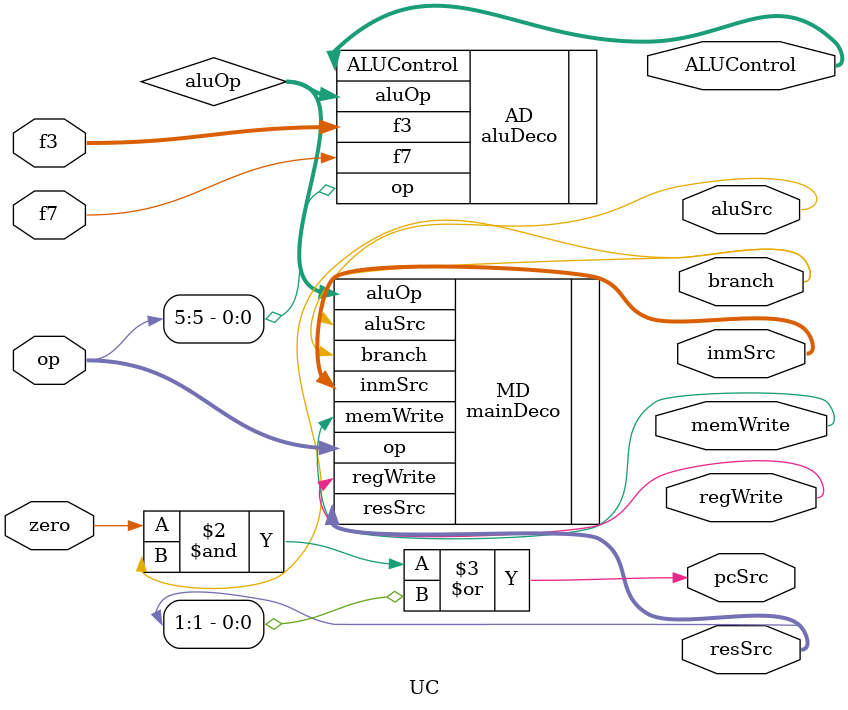
<source format=v>
`include "parts/UC/componentes/mainDeco/mainDeco.v"
`include "parts/UC/componentes/aluDeco/aluDeco.v"

module UC (
    input wire f7,
    input [2:0] f3,
    input [6:0] op,
    input wire zero,
    // output [0:9] salUC
    output wire pcSrc,
    output [1:0] resSrc,
    output wire memWrite,
    output [2:0] ALUControl,
    output aluSrc,
    output [1:0] inmSrc,
    output wire regWrite,
    output wire branch
);

//reg aux_pcSrc = 0;
wire [1:0] aluOp;

mainDeco MD(
    .op(op),
    .branch(branch),
    .resSrc(resSrc), //warning... expectes 2bits gots 1...
                    //it never goes beyond 1 bit tho...
                    // now with jal it does..
    .memWrite(memWrite),
    .aluSrc(aluSrc),
    .inmSrc(inmSrc),
    .regWrite(regWrite),
    .aluOp(aluOp)
);  

aluDeco AD(
    .op(op[5]),
    .f7(f7),
    .f3(f3),
    .aluOp(aluOp),
    .ALUControl(ALUControl)
);

always @(*) begin
    //aux_pcSrc = zero & branch;
end

assign pcSrc = (zero & branch) | resSrc[1];

endmodule
</source>
